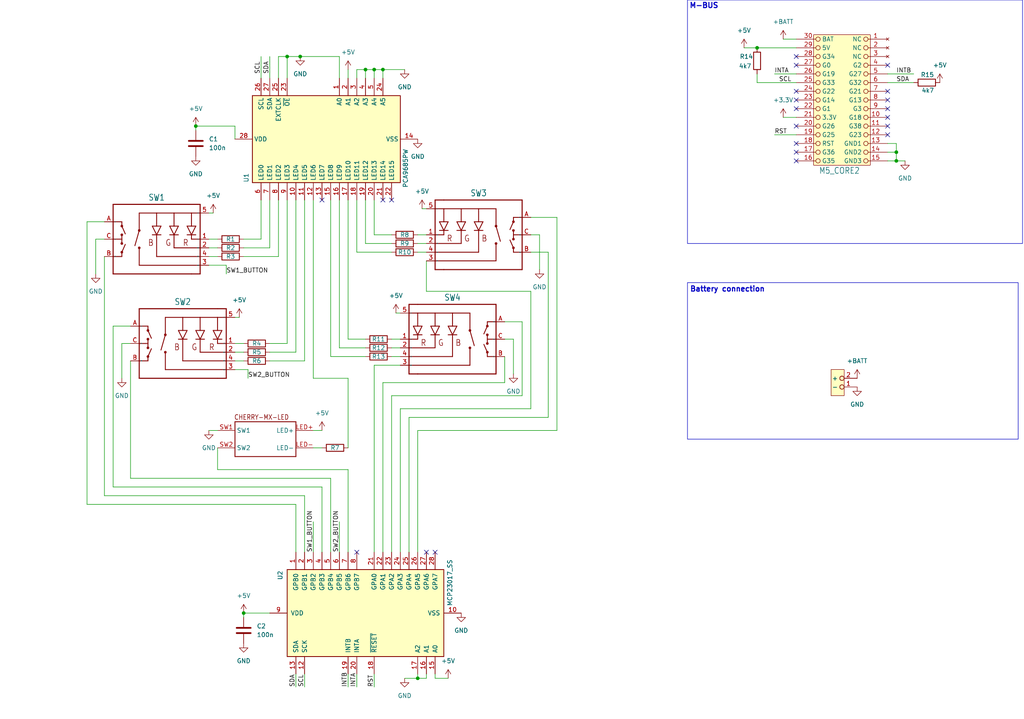
<source format=kicad_sch>
(kicad_sch (version 20231120) (generator "eeschema") (generator_version "8.0")
  (paper "User" 298.907 210.007)
  (lib_symbols
    (symbol "Device:C" (pin_numbers hide) (pin_names (offset 0.254))
      (property "Reference" "C" (at 0.635 2.54 0))
      (property "Value" "C" (at 0.635 -2.54 0))
      (symbol "C_0_1"
        (polyline (pts (xy -2.032 -0.762) (xy 2.032 -0.762)) (stroke (width 0.508)))
        (polyline (pts (xy -2.032 0.762) (xy 2.032 0.762)) (stroke (width 0.508)))
      )
      (symbol "C_1_1"
        (pin passive line (at 0 3.81 270) (length 2.794) (name "~") (number "1"))
        (pin passive line (at 0 -3.81 90) (length 2.794) (name "~") (number "2"))
      )
    )
    (symbol "Device:R" (pin_numbers hide) (pin_names (offset 0))
      (property "Reference" "R" (at 2.032 0 90))
      (property "Value" "R" (at 0 0 90))
      (symbol "R_0_1"
        (rectangle (start -1.016 -2.54) (end 1.016 2.54) (stroke (width 0.254)))
      )
      (symbol "R_1_1"
        (pin passive line (at 0 3.81 270) (length 1.27) (name "~") (number "1"))
        (pin passive line (at 0 -3.81 90) (length 1.27) (name "~") (number "2"))
      )
    )
    (symbol "Driver_LED:PCA9685PW"
      (property "Reference" "U" (at -12.7 22.225 0))
      (property "Value" "PCA9685PW" (at 1.27 22.225 0))
      (symbol "PCA9685PW_0_1"
        (rectangle (start -12.7 20.32) (end 12.7 -22.86) (stroke (width 0.254)) (fill (type background)))
      )
      (symbol "PCA9685PW_1_1"
        (pin input line (at -17.78 -5.08 0) (length 5.08) (name "A0") (number "1"))
        (pin output line (at 17.78 7.62 180) (length 5.08) (name "LED4") (number "10"))
        (pin output line (at 17.78 5.08 180) (length 5.08) (name "LED5") (number "11"))
        (pin output line (at 17.78 2.54 180) (length 5.08) (name "LED6") (number "12"))
        (pin output line (at 17.78 0 180) (length 5.08) (name "LED7") (number "13"))
        (pin power_in line (at 0 -27.94 90) (length 5.08) (name "VSS") (number "14"))
        (pin output line (at 17.78 -2.54 180) (length 5.08) (name "LED8") (number "15"))
        (pin output line (at 17.78 -5.08 180) (length 5.08) (name "LED9") (number "16"))
        (pin output line (at 17.78 -7.62 180) (length 5.08) (name "LED10") (number "17"))
        (pin output line (at 17.78 -10.16 180) (length 5.08) (name "LED11") (number "18"))
        (pin output line (at 17.78 -12.7 180) (length 5.08) (name "LED12") (number "19"))
        (pin input line (at -17.78 -7.62 0) (length 5.08) (name "A1") (number "2"))
        (pin output line (at 17.78 -15.24 180) (length 5.08) (name "LED13") (number "20"))
        (pin output line (at 17.78 -17.78 180) (length 5.08) (name "LED14") (number "21"))
        (pin output line (at 17.78 -20.32 180) (length 5.08) (name "LED15") (number "22"))
        (pin input line (at -17.78 10.16 0) (length 5.08) (name "~{OE}") (number "23"))
        (pin input line (at -17.78 -17.78 0) (length 5.08) (name "A5") (number "24"))
        (pin input line (at -17.78 12.7 0) (length 5.08) (name "EXTCLK") (number "25"))
        (pin input line (at -17.78 17.78 0) (length 5.08) (name "SCL") (number "26"))
        (pin bidirectional line (at -17.78 15.24 0) (length 5.08) (name "SDA") (number "27"))
        (pin power_in line (at 0 25.4 270) (length 5.08) (name "VDD") (number "28"))
        (pin input line (at -17.78 -10.16 0) (length 5.08) (name "A2") (number "3"))
        (pin input line (at -17.78 -12.7 0) (length 5.08) (name "A3") (number "4"))
        (pin input line (at -17.78 -15.24 0) (length 5.08) (name "A4") (number "5"))
        (pin output line (at 17.78 17.78 180) (length 5.08) (name "LED0") (number "6"))
        (pin output line (at 17.78 15.24 180) (length 5.08) (name "LED1") (number "7"))
        (pin output line (at 17.78 12.7 180) (length 5.08) (name "LED2") (number "8"))
        (pin output line (at 17.78 10.16 180) (length 5.08) (name "LED3") (number "9"))
      )
    )
    (symbol "Interface_Expansion:MCP23017_SS" (pin_names (offset 1.016))
      (property "Reference" "U" (at -11.43 24.13 0))
      (property "Value" "MCP23017_SS" (at 0 0 0))
      (symbol "MCP23017_SS_0_1"
        (rectangle (start -12.7 22.86) (end 12.7 -22.86) (stroke (width 0.254)) (fill (type background)))
      )
      (symbol "MCP23017_SS_1_1"
        (pin bidirectional line (at 17.78 20.32 180) (length 5.08) (name "GPB0") (number "1"))
        (pin power_in line (at 0 -27.94 90) (length 5.08) (name "VSS") (number "10"))
        (pin no_connect line (at -12.7 15.24 0) (length 5.08) hide (name "NC") (number "11"))
        (pin input line (at -17.78 17.78 0) (length 5.08) (name "SCK") (number "12"))
        (pin bidirectional line (at -17.78 20.32 0) (length 5.08) (name "SDA") (number "13"))
        (pin no_connect line (at -12.7 12.7 0) (length 5.08) hide (name "NC") (number "14"))
        (pin input line (at -17.78 -20.32 0) (length 5.08) (name "A0") (number "15"))
        (pin input line (at -17.78 -17.78 0) (length 5.08) (name "A1") (number "16"))
        (pin input line (at -17.78 -15.24 0) (length 5.08) (name "A2") (number "17"))
        (pin input line (at -17.78 -2.54 0) (length 5.08) (name "~{RESET}") (number "18"))
        (pin tri_state line (at -17.78 5.08 0) (length 5.08) (name "INTB") (number "19"))
        (pin bidirectional line (at 17.78 17.78 180) (length 5.08) (name "GPB1") (number "2"))
        (pin tri_state line (at -17.78 2.54 0) (length 5.08) (name "INTA") (number "20"))
        (pin bidirectional line (at 17.78 -2.54 180) (length 5.08) (name "GPA0") (number "21"))
        (pin bidirectional line (at 17.78 -5.08 180) (length 5.08) (name "GPA1") (number "22"))
        (pin bidirectional line (at 17.78 -7.62 180) (length 5.08) (name "GPA2") (number "23"))
        (pin bidirectional line (at 17.78 -10.16 180) (length 5.08) (name "GPA3") (number "24"))
        (pin bidirectional line (at 17.78 -12.7 180) (length 5.08) (name "GPA4") (number "25"))
        (pin bidirectional line (at 17.78 -15.24 180) (length 5.08) (name "GPA5") (number "26"))
        (pin bidirectional line (at 17.78 -17.78 180) (length 5.08) (name "GPA6") (number "27"))
        (pin bidirectional line (at 17.78 -20.32 180) (length 5.08) (name "GPA7") (number "28"))
        (pin bidirectional line (at 17.78 15.24 180) (length 5.08) (name "GPB2") (number "3"))
        (pin bidirectional line (at 17.78 12.7 180) (length 5.08) (name "GPB3") (number "4"))
        (pin bidirectional line (at 17.78 10.16 180) (length 5.08) (name "GPB4") (number "5"))
        (pin bidirectional line (at 17.78 7.62 180) (length 5.08) (name "GPB5") (number "6"))
        (pin bidirectional line (at 17.78 5.08 180) (length 5.08) (name "GPB6") (number "7"))
        (pin bidirectional line (at 17.78 2.54 180) (length 5.08) (name "GPB7") (number "8"))
        (pin power_in line (at 0 27.94 270) (length 5.08) (name "VDD") (number "9"))
      )
    )
    (symbol "OSSM-M5-Remote_v1-eagle-import:CHERRY-MX-LED"
      (symbol "CHERRY-MX-LED_1_0"
        (polyline (pts (xy -5.08 -5.08) (xy 12.7 -5.08)) (stroke (width 0.254)))
        (polyline (pts (xy -5.08 5.08) (xy -5.08 -5.08)) (stroke (width 0.254)))
        (polyline (pts (xy 12.7 -5.08) (xy 12.7 5.08)) (stroke (width 0.254)))
        (polyline (pts (xy 12.7 5.08) (xy -5.08 5.08)) (stroke (width 0.254)))
        (text "CHERRY-MX-LED" (at -5.334 5.588 0) (effects (font (size 1.4224 1.209)) (justify left bottom)))
        (pin passive line (at 17.78 2.54 180) (length 5.08) (name "LED+") (number "LED+"))
        (pin passive line (at 17.78 -2.54 180) (length 5.08) (name "LED-") (number "LED-"))
        (pin passive line (at -10.16 2.54 0) (length 5.08) (name "SW1") (number "SW1"))
        (pin passive line (at -10.16 -2.54 0) (length 5.08) (name "SW2") (number "SW2"))
      )
    )
    (symbol "OSSM-M5-Remote_v1-eagle-import:JST-PH-2MM,180"
      (symbol "JST-PH-2MM,180_1_0"
        (pin power_out inverted (at 7.62 -3.81 180) (length 5.08) (name "-") (number "1"))
        (pin power_out inverted (at 7.62 -1.27 180) (length 5.08) (name "+") (number "2"))
      )
      (symbol "JST-PH-2MM,180_1_1"
        (rectangle (start 0 1.27) (end 3.81 -6.35) (fill (type background)))
      )
    )
    (symbol "OSSM-M5-Remote_v1-eagle-import:M5_CORE2"
      (symbol "M5_CORE2_1_0"
        (rectangle (start -7.62 17.78) (end 8.89 -20.32) (fill (type background)))
        (pin no_connect inverted (at 13.97 16.51 180) (length 6.985) (name "NC") (number "1"))
        (pin bidirectional inverted (at 13.97 -6.35 180) (length 6.985) (name "G18") (number "10"))
        (pin bidirectional inverted (at 13.97 -8.89 180) (length 6.985) (name "G38") (number "11"))
        (pin bidirectional inverted (at 13.97 -11.43 180) (length 6.985) (name "G23") (number "12"))
        (pin power_in inverted (at 13.97 -13.97 180) (length 6.985) (name "GND1") (number "13"))
        (pin power_in inverted (at 13.97 -16.51 180) (length 6.985) (name "GND2") (number "14"))
        (pin power_in inverted (at 13.97 -19.05 180) (length 6.985) (name "GND3") (number "15"))
        (pin bidirectional inverted (at -12.7 -19.05 0) (length 6.985) (name "G35") (number "16"))
        (pin bidirectional inverted (at -12.7 -16.51 0) (length 6.985) (name "G36") (number "17"))
        (pin input inverted (at -12.7 -13.97 0) (length 6.985) (name "RST") (number "18"))
        (pin bidirectional inverted (at -12.7 -11.43 0) (length 6.985) (name "G25") (number "19"))
        (pin no_connect inverted (at 13.97 13.97 180) (length 6.985) (name "NC") (number "2"))
        (pin bidirectional inverted (at -12.7 -8.89 0) (length 6.985) (name "G26") (number "20"))
        (pin power_out inverted (at -12.7 -6.35 0) (length 6.985) (name "3.3V") (number "21"))
        (pin bidirectional inverted (at -12.7 -3.81 0) (length 6.985) (name "G1") (number "22"))
        (pin bidirectional inverted (at -12.7 -1.27 0) (length 6.985) (name "G14") (number "23"))
        (pin bidirectional inverted (at -12.7 1.27 0) (length 6.985) (name "G22") (number "24"))
        (pin bidirectional inverted (at -12.7 3.81 0) (length 6.985) (name "G33") (number "25"))
        (pin bidirectional inverted (at -12.7 6.35 0) (length 6.985) (name "G19") (number "26"))
        (pin bidirectional inverted (at -12.7 8.89 0) (length 6.985) (name "G0") (number "27"))
        (pin bidirectional inverted (at -12.7 11.43 0) (length 6.985) (name "G34") (number "28"))
        (pin power_out inverted (at -12.7 13.97 0) (length 6.985) (name "5V") (number "29"))
        (pin no_connect inverted (at 13.97 11.43 180) (length 6.985) (name "NC") (number "3"))
        (pin power_in inverted (at -12.7 16.51 0) (length 6.985) (name "BAT") (number "30"))
        (pin bidirectional inverted (at 13.97 8.89 180) (length 6.985) (name "G2") (number "4"))
        (pin bidirectional inverted (at 13.97 6.35 180) (length 6.985) (name "G27") (number "5"))
        (pin bidirectional inverted (at 13.97 3.81 180) (length 6.985) (name "G32") (number "6"))
        (pin bidirectional inverted (at 13.97 1.27 180) (length 6.985) (name "G21") (number "7"))
        (pin bidirectional inverted (at 13.97 -1.27 180) (length 6.985) (name "G13") (number "8"))
        (pin bidirectional inverted (at 13.97 -3.81 180) (length 6.985) (name "G3") (number "9"))
      )
    )
    (symbol "encoder_rgb_ca:ENCODER_RGB_CA"
      (property "Reference" "SW" (at -12.7 10.668 0))
      (symbol "ENCODER_RGB_CA_1_0"
        (circle (center -10.16 -3.81) (radius 0.254) (stroke (width 0.254)))
        (circle (center -10.16 -1.27) (radius 0.254) (stroke (width 0.254)))
        (circle (center -10.16 1.27) (radius 0.254) (stroke (width 0.254)))
        (circle (center -10.16 3.81) (radius 0.254) (stroke (width 0.254)))
        (circle (center -5.08 -2.54) (radius 0.254) (stroke (width 0.254)))
        (circle (center -5.08 2.54) (radius 0.254) (stroke (width 0.254)))
        (polyline (pts (xy -12.7 -10.16) (xy 10.16 -10.16)) (stroke (width 0.3048)))
        (polyline (pts (xy -12.7 -5.08) (xy -12.7 -10.16)) (stroke (width 0.3048)))
        (polyline (pts (xy -12.7 0) (xy -12.7 -5.08)) (stroke (width 0.3048)))
        (polyline (pts (xy -12.7 5.08) (xy -12.7 0)) (stroke (width 0.3048)))
        (polyline (pts (xy -12.7 5.08) (xy -10.16 5.08)) (stroke (width 0.254)))
        (polyline (pts (xy -12.7 10.16) (xy -12.7 5.08)) (stroke (width 0.3048)))
        (polyline (pts (xy -10.16 -5.08) (xy -12.7 -5.08)) (stroke (width 0.254)))
        (polyline (pts (xy -10.16 -5.08) (xy -10.16 -3.81)) (stroke (width 0.254)))
        (polyline (pts (xy -10.16 -3.81) (xy -9.144 -1.524)) (stroke (width 0.254)))
        (polyline (pts (xy -10.16 0) (xy -12.7 0)) (stroke (width 0.254)))
        (polyline (pts (xy -10.16 0) (xy -10.16 -1.27)) (stroke (width 0.254)))
        (polyline (pts (xy -10.16 0) (xy -10.16 1.27)) (stroke (width 0.254)))
        (polyline (pts (xy -10.16 3.81) (xy -9.144 1.524)) (stroke (width 0.254)))
        (polyline (pts (xy -10.16 5.08) (xy -10.16 3.81)) (stroke (width 0.254)))
        (polyline (pts (xy -5.08 -7.62) (xy -5.08 -2.54)) (stroke (width 0.254)))
        (polyline (pts (xy -5.08 -7.62) (xy 12.7 -7.62)) (stroke (width 0.254)))
        (polyline (pts (xy -5.08 2.54) (xy -6.35 -1.905)) (stroke (width 0.254)))
        (polyline (pts (xy -5.08 7.62) (xy -5.08 2.54)) (stroke (width 0.254)))
        (polyline (pts (xy -5.08 7.62) (xy 0 7.62)) (stroke (width 0.254)))
        (polyline (pts (xy -1.27 1.27) (xy 0 1.27)) (stroke (width 0.254)))
        (polyline (pts (xy -1.27 3.81) (xy 0 1.27)) (stroke (width 0.254)))
        (polyline (pts (xy -1.27 3.81) (xy 0 3.81)) (stroke (width 0.254)))
        (polyline (pts (xy 0 -5.08) (xy 0 1.27)) (stroke (width 0.254)))
        (polyline (pts (xy 0 -5.08) (xy 12.7 -5.08)) (stroke (width 0.254)))
        (polyline (pts (xy 0 1.27) (xy 1.27 1.27)) (stroke (width 0.254)))
        (polyline (pts (xy 0 1.27) (xy 1.27 3.81)) (stroke (width 0.254)))
        (polyline (pts (xy 0 3.81) (xy 1.27 3.81)) (stroke (width 0.254)))
        (polyline (pts (xy 0 7.62) (xy 0 3.81)) (stroke (width 0.254)))
        (polyline (pts (xy 0 7.62) (xy 5.08 7.62)) (stroke (width 0.254)))
        (polyline (pts (xy 3.81 1.27) (xy 5.08 1.27)) (stroke (width 0.254)))
        (polyline (pts (xy 3.81 3.81) (xy 5.08 1.27)) (stroke (width 0.254)))
        (polyline (pts (xy 3.81 3.81) (xy 5.08 3.81)) (stroke (width 0.254)))
        (polyline (pts (xy 5.08 -2.54) (xy 5.08 1.27)) (stroke (width 0.254)))
        (polyline (pts (xy 5.08 -2.54) (xy 12.7 -2.54)) (stroke (width 0.254)))
        (polyline (pts (xy 5.08 1.27) (xy 6.35 1.27)) (stroke (width 0.254)))
        (polyline (pts (xy 5.08 1.27) (xy 6.35 3.81)) (stroke (width 0.254)))
        (polyline (pts (xy 5.08 3.81) (xy 6.35 3.81)) (stroke (width 0.254)))
        (polyline (pts (xy 5.08 7.62) (xy 5.08 3.81)) (stroke (width 0.254)))
        (polyline (pts (xy 5.08 7.62) (xy 10.16 7.62)) (stroke (width 0.254)))
        (polyline (pts (xy 8.89 1.27) (xy 10.16 1.27)) (stroke (width 0.254)))
        (polyline (pts (xy 8.89 3.81) (xy 10.16 1.27)) (stroke (width 0.254)))
        (polyline (pts (xy 8.89 3.81) (xy 10.16 3.81)) (stroke (width 0.254)))
        (polyline (pts (xy 10.16 0) (xy 10.16 1.27)) (stroke (width 0.254)))
        (polyline (pts (xy 10.16 0) (xy 12.7 0)) (stroke (width 0.254)))
        (polyline (pts (xy 10.16 1.27) (xy 11.43 1.27)) (stroke (width 0.254)))
        (polyline (pts (xy 10.16 1.27) (xy 11.43 3.81)) (stroke (width 0.254)))
        (polyline (pts (xy 10.16 3.81) (xy 11.43 3.81)) (stroke (width 0.254)))
        (polyline (pts (xy 10.16 7.62) (xy 10.16 3.81)) (stroke (width 0.254)))
        (polyline (pts (xy 10.16 7.62) (xy 12.7 7.62)) (stroke (width 0.254)))
        (polyline (pts (xy 10.16 10.16) (xy -12.7 10.16)) (stroke (width 0.3048)))
        (polyline (pts (xy 10.16 10.16) (xy 12.7 10.16)) (stroke (width 0.3048)))
        (polyline (pts (xy 12.7 -10.16) (xy 10.16 -10.16)) (stroke (width 0.3048)))
        (polyline (pts (xy 12.7 10.16) (xy 12.7 -10.16)) (stroke (width 0.3048)))
        (text "B" (at -2.54 0 0) (effects (font (size 1.778 1.5113)) (justify left top)))
        (text "G" (at 2.54 0 0) (effects (font (size 1.778 1.5113)) (justify left top)))
        (text "R" (at 7.62 0 0) (effects (font (size 1.778 1.5113)) (justify left top)))
        (pin passive line (at 15.24 0 180) (length 2.54) (name "-R") (number "1"))
        (pin passive line (at 15.24 -2.54 180) (length 2.54) (name "-G") (number "2"))
        (pin passive line (at 15.24 -7.62 180) (length 2.54) (name "SW") (number "3"))
        (pin passive line (at 15.24 -5.08 180) (length 2.54) (name "-B") (number "4"))
        (pin passive line (at 15.24 7.62 180) (length 2.54) (name "+") (number "5"))
        (pin bidirectional line (at -15.24 5.08 0) (length 2.54) (name "A") (number "A"))
        (pin bidirectional line (at -15.24 -5.08 0) (length 2.54) (name "B") (number "B"))
        (pin passive line (at -15.24 0 0) (length 2.54) (name "C") (number "C"))
      )
    )
    (symbol "power:+3.3V" (power) (pin_names (offset 0))
      (property "Value" "+3.3V" (at 0 3.556 0))
      (symbol "+3.3V_0_1"
        (polyline (pts (xy -0.762 1.27) (xy 0 2.54)))
        (polyline (pts (xy 0 0) (xy 0 2.54)))
        (polyline (pts (xy 0 2.54) (xy 0.762 1.27)))
      )
      (symbol "+3.3V_1_1"
        (pin power_in line (at 0 0 90) (length 0) hide (name "+3.3V") (number "1"))
      )
    )
    (symbol "power:+5V" (power) (pin_names (offset 0))
      (property "Value" "+5V" (at 0 3.556 0))
      (symbol "+5V_0_1"
        (polyline (pts (xy -0.762 1.27) (xy 0 2.54)))
        (polyline (pts (xy 0 0) (xy 0 2.54)))
        (polyline (pts (xy 0 2.54) (xy 0.762 1.27)))
      )
      (symbol "+5V_1_1"
        (pin power_in line (at 0 0 90) (length 0) hide (name "+5V") (number "1"))
      )
    )
    (symbol "power:+BATT" (power) (pin_names (offset 0))
      (property "Value" "+BATT" (at 0 3.556 0))
      (symbol "+BATT_0_1"
        (polyline (pts (xy -0.762 1.27) (xy 0 2.54)))
        (polyline (pts (xy 0 0) (xy 0 2.54)))
        (polyline (pts (xy 0 2.54) (xy 0.762 1.27)))
      )
      (symbol "+BATT_1_1"
        (pin power_in line (at 0 0 90) (length 0) hide (name "+BATT") (number "1"))
      )
    )
    (symbol "power:GND" (power) (pin_names (offset 0))
      (property "Value" "GND" (at 0 -3.81 0))
      (symbol "GND_0_1"
        (polyline (pts (xy 0 0) (xy 0 -1.27) (xy 1.27 -1.27) (xy 0 -2.54) (xy -1.27 -1.27) (xy 0 -1.27)))
      )
      (symbol "GND_1_1"
        (pin power_in line (at 0 0 270) (length 0) hide (name "GND") (number "1"))
      )
    )
  )
  (junction (at 109.22 20.32))
  (junction (at 220.98 13.97))
  (junction (at 261.62 46.99))
  (junction (at 71.12 179.07))
  (junction (at 111.76 20.32))
  (junction (at 121.92 198.12))
  (junction (at 106.68 20.32))
  (junction (at 57.15 36.83))
  (junction (at 83.82 16.51))
  (junction (at 261.62 44.45))
  (junction (at 87.63 16.51))
  (no_connect (at 232.41 29.21))
  (no_connect (at 259.08 36.83))
  (no_connect (at 127 161.29))
  (no_connect (at 232.41 44.45))
  (no_connect (at 232.41 41.91))
  (no_connect (at 232.41 36.83))
  (no_connect (at 259.08 29.21))
  (no_connect (at 259.08 31.75))
  (no_connect (at 124.46 161.29))
  (no_connect (at 259.08 39.37))
  (no_connect (at 232.41 31.75))
  (no_connect (at 259.08 19.05))
  (no_connect (at 232.41 19.05))
  (no_connect (at 259.08 34.29))
  (no_connect (at 232.41 16.51))
  (no_connect (at 232.41 46.99))
  (no_connect (at 93.98 58.42))
  (no_connect (at 259.08 26.67))
  (no_connect (at 114.3 58.42))
  (no_connect (at 104.14 161.29))
  (no_connect (at 111.76 58.42))
  (no_connect (at 232.41 26.67))
  (wire (pts (xy 96.52 58.42) (xy 96.52 104.14)))
  (wire (pts (xy 116.84 99.06) (xy 114.3 99.06)))
  (wire (pts (xy 152.4 93.98) (xy 152.4 115.57)))
  (wire (pts (xy 99.06 16.51) (xy 87.63 16.51)))
  (wire (pts (xy 111.76 20.32) (xy 118.11 20.32)))
  (wire (pts (xy 154.94 119.38) (xy 116.84 119.38)))
  (wire (pts (xy 33.02 142.24) (xy 93.98 142.24)))
  (wire (pts (xy 147.32 93.98) (xy 152.4 93.98)))
  (wire (pts (xy 38.1 139.7) (xy 38.1 105.41)))
  (wire (pts (xy 38.1 95.25) (xy 33.02 95.25)))
  (wire (pts (xy 60.96 69.85) (xy 63.5 69.85)))
  (wire (pts (xy 121.92 198.12) (xy 118.11 198.12)))
  (wire (pts (xy 259.08 21.59) (xy 266.7 21.59)))
  (wire (pts (xy 226.06 21.59) (xy 232.41 21.59)))
  (wire (pts (xy 91.44 152.4) (xy 91.44 161.29)))
  (wire (pts (xy 86.36 147.32) (xy 86.36 161.29)))
  (wire (pts (xy 104.14 22.86) (xy 104.14 20.32)))
  (wire (pts (xy 91.44 58.42) (xy 91.44 110.49)))
  (wire (pts (xy 68.58 36.83) (xy 68.58 40.64)))
  (wire (pts (xy 261.62 44.45) (xy 259.08 44.45)))
  (wire (pts (xy 261.62 41.91) (xy 261.62 44.45)))
  (wire (pts (xy 162.56 63.5) (xy 162.56 125.73)))
  (wire (pts (xy 104.14 20.32) (xy 106.68 20.32)))
  (wire (pts (xy 81.28 16.51) (xy 83.82 16.51)))
  (wire (pts (xy 91.44 125.73) (xy 93.98 125.73)))
  (wire (pts (xy 83.82 100.33) (xy 78.74 100.33)))
  (wire (pts (xy 99.06 58.42) (xy 99.06 101.6)))
  (wire (pts (xy 101.6 110.49) (xy 101.6 130.81)))
  (wire (pts (xy 99.06 101.6) (xy 106.68 101.6)))
  (wire (pts (xy 83.82 58.42) (xy 83.82 100.33)))
  (wire (pts (xy 124.46 196.85) (xy 124.46 198.12)))
  (wire (pts (xy 111.76 111.76) (xy 111.76 161.29)))
  (wire (pts (xy 63.5 137.16) (xy 101.6 137.16)))
  (wire (pts (xy 86.36 196.85) (xy 86.36 200.66)))
  (wire (pts (xy 121.92 125.73) (xy 121.92 161.29)))
  (wire (pts (xy 101.6 20.32) (xy 101.6 22.86)))
  (wire (pts (xy 93.98 142.24) (xy 93.98 161.29)))
  (wire (pts (xy 30.48 144.78) (xy 30.48 74.93)))
  (wire (pts (xy 99.06 22.86) (xy 99.06 16.51)))
  (wire (pts (xy 228.6 34.29) (xy 232.41 34.29)))
  (wire (pts (xy 76.2 16.51) (xy 76.2 22.86)))
  (wire (pts (xy 127 196.85) (xy 127 198.12)))
  (wire (pts (xy 35.56 100.33) (xy 35.56 110.49)))
  (wire (pts (xy 91.44 110.49) (xy 101.6 110.49)))
  (wire (pts (xy 88.9 161.29) (xy 88.9 144.78)))
  (wire (pts (xy 116.84 119.38) (xy 116.84 161.29)))
  (wire (pts (xy 259.08 41.91) (xy 261.62 41.91)))
  (wire (pts (xy 124.46 73.66) (xy 121.92 73.66)))
  (wire (pts (xy 60.96 77.47) (xy 66.04 77.47)))
  (wire (pts (xy 109.22 20.32) (xy 109.22 22.86)))
  (wire (pts (xy 30.48 69.85) (xy 27.94 69.85)))
  (wire (pts (xy 78.74 72.39) (xy 71.12 72.39)))
  (wire (pts (xy 162.56 125.73) (xy 121.92 125.73)))
  (wire (pts (xy 121.92 196.85) (xy 121.92 198.12)))
  (wire (pts (xy 57.15 36.83) (xy 57.15 38.1)))
  (wire (pts (xy 71.12 179.07) (xy 71.12 180.34)))
  (wire (pts (xy 60.96 72.39) (xy 63.5 72.39)))
  (wire (pts (xy 154.94 85.09) (xy 154.94 119.38)))
  (wire (pts (xy 91.44 130.81) (xy 93.98 130.81)))
  (wire (pts (xy 157.48 68.58) (xy 157.48 78.74)))
  (wire (pts (xy 259.08 46.99) (xy 261.62 46.99)))
  (wire (pts (xy 147.32 104.14) (xy 147.32 111.76)))
  (wire (pts (xy 25.4 64.77) (xy 25.4 147.32)))
  (wire (pts (xy 27.94 69.85) (xy 27.94 80.01)))
  (wire (pts (xy 261.62 46.99) (xy 261.62 44.45)))
  (wire (pts (xy 116.84 101.6) (xy 114.3 101.6)))
  (wire (pts (xy 68.58 107.95) (xy 72.39 107.95)))
  (wire (pts (xy 68.58 105.41) (xy 71.12 105.41)))
  (wire (pts (xy 101.6 99.06) (xy 106.68 99.06)))
  (wire (pts (xy 83.82 16.51) (xy 87.63 16.51)))
  (wire (pts (xy 88.9 144.78) (xy 30.48 144.78)))
  (wire (pts (xy 57.15 36.83) (xy 68.58 36.83)))
  (wire (pts (xy 147.32 111.76) (xy 111.76 111.76)))
  (wire (pts (xy 114.3 115.57) (xy 114.3 161.29)))
  (wire (pts (xy 86.36 102.87) (xy 78.74 102.87)))
  (wire (pts (xy 104.14 73.66) (xy 114.3 73.66)))
  (wire (pts (xy 33.02 95.25) (xy 33.02 142.24)))
  (wire (pts (xy 116.84 91.44) (xy 115.57 91.44)))
  (wire (pts (xy 83.82 16.51) (xy 83.82 22.86)))
  (wire (pts (xy 149.86 99.06) (xy 149.86 109.22)))
  (wire (pts (xy 88.9 105.41) (xy 78.74 105.41)))
  (wire (pts (xy 106.68 20.32) (xy 106.68 22.86)))
  (wire (pts (xy 226.06 39.37) (xy 232.41 39.37)))
  (wire (pts (xy 116.84 104.14) (xy 114.3 104.14)))
  (wire (pts (xy 220.98 21.59) (xy 220.98 24.13)))
  (wire (pts (xy 160.02 121.92) (xy 119.38 121.92)))
  (wire (pts (xy 127 198.12) (xy 130.81 198.12)))
  (wire (pts (xy 63.5 137.16) (xy 63.5 130.81)))
  (wire (pts (xy 116.84 106.68) (xy 109.22 106.68)))
  (wire (pts (xy 109.22 68.58) (xy 114.3 68.58)))
  (wire (pts (xy 152.4 115.57) (xy 114.3 115.57)))
  (wire (pts (xy 220.98 13.97) (xy 232.41 13.97)))
  (wire (pts (xy 154.94 68.58) (xy 157.48 68.58)))
  (wire (pts (xy 106.68 20.32) (xy 109.22 20.32)))
  (wire (pts (xy 124.46 85.09) (xy 154.94 85.09)))
  (wire (pts (xy 101.6 137.16) (xy 101.6 161.29)))
  (wire (pts (xy 124.46 60.96) (xy 123.19 60.96)))
  (wire (pts (xy 124.46 71.12) (xy 121.92 71.12)))
  (wire (pts (xy 78.74 16.51) (xy 78.74 22.86)))
  (wire (pts (xy 119.38 121.92) (xy 119.38 161.29)))
  (wire (pts (xy 147.32 99.06) (xy 149.86 99.06)))
  (wire (pts (xy 101.6 196.85) (xy 101.6 200.66)))
  (wire (pts (xy 25.4 147.32) (xy 86.36 147.32)))
  (wire (pts (xy 60.96 62.23) (xy 62.23 62.23)))
  (wire (pts (xy 259.08 24.13) (xy 266.7 24.13)))
  (wire (pts (xy 124.46 68.58) (xy 121.92 68.58)))
  (wire (pts (xy 96.52 139.7) (xy 96.52 161.29)))
  (wire (pts (xy 104.14 196.85) (xy 104.14 200.66)))
  (wire (pts (xy 124.46 198.12) (xy 121.92 198.12)))
  (wire (pts (xy 114.3 71.12) (xy 106.68 71.12)))
  (wire (pts (xy 154.94 63.5) (xy 162.56 63.5)))
  (wire (pts (xy 104.14 58.42) (xy 104.14 73.66)))
  (wire (pts (xy 68.58 92.71) (xy 69.85 92.71)))
  (wire (pts (xy 109.22 106.68) (xy 109.22 161.29)))
  (wire (pts (xy 109.22 58.42) (xy 109.22 68.58)))
  (wire (pts (xy 66.04 80.01) (xy 66.04 77.47)))
  (wire (pts (xy 88.9 58.42) (xy 88.9 105.41)))
  (wire (pts (xy 109.22 196.85) (xy 109.22 200.66)))
  (wire (pts (xy 30.48 64.77) (xy 25.4 64.77)))
  (wire (pts (xy 72.39 110.49) (xy 72.39 107.95)))
  (wire (pts (xy 68.58 102.87) (xy 71.12 102.87)))
  (wire (pts (xy 76.2 58.42) (xy 76.2 69.85)))
  (wire (pts (xy 106.68 71.12) (xy 106.68 58.42)))
  (wire (pts (xy 78.74 58.42) (xy 78.74 72.39)))
  (wire (pts (xy 38.1 100.33) (xy 35.56 100.33)))
  (wire (pts (xy 220.98 24.13) (xy 232.41 24.13)))
  (wire (pts (xy 232.41 11.43) (xy 228.6 11.43)) (stroke (width 0.1524)))
  (wire (pts (xy 160.02 73.66) (xy 160.02 121.92)))
  (wire (pts (xy 261.62 46.99) (xy 264.16 46.99)))
  (wire (pts (xy 217.17 13.97) (xy 220.98 13.97)))
  (wire (pts (xy 81.28 74.93) (xy 71.12 74.93)))
  (wire (pts (xy 99.06 152.4) (xy 99.06 161.29)))
  (wire (pts (xy 101.6 58.42) (xy 101.6 99.06)))
  (wire (pts (xy 60.96 74.93) (xy 63.5 74.93)))
  (wire (pts (xy 38.1 139.7) (xy 96.52 139.7)))
  (wire (pts (xy 109.22 20.32) (xy 111.76 20.32)))
  (wire (pts (xy 96.52 104.14) (xy 106.68 104.14)))
  (wire (pts (xy 76.2 69.85) (xy 71.12 69.85)))
  (wire (pts (xy 71.12 179.07) (xy 78.74 179.07)))
  (wire (pts (xy 60.96 125.73) (xy 63.5 125.73)))
  (wire (pts (xy 81.28 58.42) (xy 81.28 74.93)))
  (wire (pts (xy 68.58 100.33) (xy 71.12 100.33)))
  (wire (pts (xy 124.46 76.2) (xy 124.46 85.09)))
  (wire (pts (xy 88.9 196.85) (xy 88.9 200.66)))
  (wire (pts (xy 154.94 73.66) (xy 160.02 73.66)))
  (wire (pts (xy 81.28 22.86) (xy 81.28 16.51)))
  (wire (pts (xy 111.76 20.32) (xy 111.76 22.86)))
  (wire (pts (xy 86.36 58.42) (xy 86.36 102.87)))
  (rectangle (start 200.66 82.55) (end 297.18 128.27))
  (rectangle (start 200.66 0) (end 298.45 71.12))
  (text "Battery connection" (at 212.344 84.582 0) (effects (font (size 1.524 1.524) (thickness 0.3048) (bold yes))))
  (text "M-BUS" (at 205.486 1.778 0) (effects (font (size 1.524 1.524) (thickness 0.3048) (bold yes))))
  (label "RST" (at 226.06 39.37 0))
  (label "INTB" (at 101.6 200.66 90))
  (label "INTB" (at 261.62 21.59 0))
  (label "SW1_BUTTON" (at 91.44 161.29 90))
  (label "SCL" (at 88.9 200.66 90))
  (label "INTA" (at 104.14 200.66 90))
  (label "SW1_BUTTON" (at 66.04 80.01 0))
  (label "INTA" (at 226.06 21.59 0))
  (label "SW2_BUTTON" (at 99.06 161.29 90))
  (label "SDA" (at 86.36 200.66 90))
  (label "SDA" (at 261.62 24.13 0))
  (label "SCL" (at 76.2 21.59 90))
  (label "SDA" (at 78.74 21.59 90))
  (label "SW2_BUTTON" (at 72.39 110.49 0))
  (label "RST" (at 109.22 200.66 90))
  (label "SCL" (at 227.33 24.13 0))
  (symbol (lib_id "power:GND") (at 157.48 78.74 0) (mirror y) (unit 1)
    (property "Reference" "#PWR010" (effects (hide yes)))
    (property "Value" "GND" (at 157.48 83.82 0))
    (property "Description" "Power symbol creates a global label with name \"GND\" , ground" (effects (hide yes)))
  )
  (symbol (lib_id "power:GND") (at 149.86 109.22 0) (mirror y) (unit 1)
    (property "Reference" "#PWR014" (effects (hide yes)))
    (property "Value" "GND" (at 149.86 114.3 0))
    (property "Description" "Power symbol creates a global label with name \"GND\" , ground" (effects (hide yes)))
  )
  (symbol (lib_id "power:GND") (at 27.94 80.01 0) (unit 1)
    (property "Reference" "#PWR06" (effects (hide yes)))
    (property "Value" "GND" (at 27.94 85.09 0))
    (property "Description" "Power symbol creates a global label with name \"GND\" , ground" (effects (hide yes)))
  )
  (symbol (lib_id "Device:R") (at 270.51 24.13 270) (unit 1)
    (property "Reference" "R15" (at 268.732 21.844 90) (effects (justify left)))
    (property "Value" "4k7" (at 268.986 26.416 90) (effects (justify left)))
    (property "Description" "Resistor" (effects (hide yes)))
  )
  (symbol (lib_id "Device:R") (at 110.49 101.6 270) (mirror x) (unit 1)
    (property "Reference" "R12" (at 110.49 101.6 90))
    (property "Value" "220" (effects (hide yes)))
    (property "Description" "Resistor" (effects (hide yes)))
  )
  (symbol (lib_id "Device:R") (at 67.31 72.39 90) (unit 1)
    (property "Reference" "R2" (at 67.31 72.39 90))
    (property "Value" "220" (effects (hide yes)))
    (property "Description" "Resistor" (effects (hide yes)))
  )
  (symbol (lib_id "encoder_rgb_ca:ENCODER_RGB_CA") (at 53.34 100.33 0) (unit 1)
    (property "Reference" "SW2" (at 53.34 88.138 0) (effects (font (size 1.778 1.5113))))
    (property "Value" "~" (at 53.34 88.9 0) (effects (font (size 1.778 1.5113))))
    (property "Footprint" "OSSM-M5-Remote_v1:ENCODER_LED_3_KIT" (effects (hide yes)))
    (property "Description" "Illuminated Rotary Encoder w/ RGB LED and select switch  EC12PLRGBSDVBF-D: http://top-up.so-buy.com/front/bin/ptdetail.phtml?Part=EC12PLRGBSDVBF-D" (effects (hide yes)))
  )
  (symbol (lib_id "Device:R") (at 110.49 99.06 270) (mirror x) (unit 1)
    (property "Reference" "R11" (at 110.49 99.06 90))
    (property "Value" "220" (effects (hide yes)))
    (property "Description" "Resistor" (effects (hide yes)))
  )
  (symbol (lib_id "power:GND") (at 264.16 46.99 0) (unit 1)
    (property "Reference" "#PWR03" (effects (hide yes)))
    (property "Value" "GND" (at 264.16 52.07 0))
    (property "Description" "Power symbol creates a global label with name \"GND\" , ground" (effects (hide yes)))
  )
  (symbol (lib_id "encoder_rgb_ca:ENCODER_RGB_CA") (at 45.72 69.85 0) (unit 1)
    (property "Reference" "SW1" (at 45.72 57.658 0) (effects (font (size 1.778 1.5113))))
    (property "Value" "~" (at 45.72 58.42 0) (effects (font (size 1.778 1.5113))))
    (property "Footprint" "OSSM-M5-Remote_v1:ENCODER_LED_3_KIT" (effects (hide yes)))
    (property "Description" "Illuminated Rotary Encoder w/ RGB LED and select switch  EC12PLRGBSDVBF-D: http://top-up.so-buy.com/front/bin/ptdetail.phtml?Part=EC12PLRGBSDVBF-D" (effects (hide yes)))
  )
  (symbol (lib_id "power:GND") (at 118.11 198.12 0) (unit 1)
    (property "Reference" "#PWR025" (effects (hide yes)))
    (property "Value" "GND" (at 118.11 203.2 0))
    (property "Description" "Power symbol creates a global label with name \"GND\" , ground" (effects (hide yes)))
  )
  (symbol (lib_id "encoder_rgb_ca:ENCODER_RGB_CA") (at 132.08 99.06 0) (mirror y) (unit 1)
    (property "Reference" "SW4" (at 132.08 86.868 0) (effects (font (size 1.778 1.5113))))
    (property "Value" "~" (at 132.08 87.63 0) (effects (font (size 1.778 1.5113))))
    (property "Footprint" "OSSM-M5-Remote_v1:ENCODER_LED_3_KIT" (effects (hide yes)))
    (property "Description" "Illuminated Rotary Encoder w/ RGB LED and select switch  EC12PLRGBSDVBF-D: http://top-up.so-buy.com/front/bin/ptdetail.phtml?Part=EC12PLRGBSDVBF-D" (effects (hide yes)))
  )
  (symbol (lib_id "Device:R") (at 118.11 71.12 270) (mirror x) (unit 1)
    (property "Reference" "R9" (at 118.11 71.12 90))
    (property "Value" "220" (effects (hide yes)))
    (property "Description" "Resistor" (effects (hide yes)))
  )
  (symbol (lib_id "power:+5V") (at 115.57 91.44 0) (unit 1)
    (property "Reference" "#PWR012" (effects (hide yes)))
    (property "Value" "+5V" (at 115.57 86.36 0))
    (property "Description" "Power symbol creates a global label with name \"+5V\"" (effects (hide yes)))
  )
  (symbol (lib_id "Driver_LED:PCA9685PW") (at 93.98 40.64 90) (mirror x) (unit 1)
    (property "Reference" "U1" (at 71.882 50.546 0) (effects (justify left)))
    (property "Value" "PCA9685PW" (at 118.364 43.434 0) (effects (justify left)))
    (property "Footprint" "Package_SO:TSSOP-28_4.4x9.7mm_P0.65mm" (effects (hide yes)))
    (property "Datasheet" "http://www.nxp.com/docs/en/data-sheet/PCA9685.pdf" (effects (hide yes)))
    (property "Description" "16-channel 12-bit PWM Fm+ I2C-bus LED controller RGBA TSSOP" (effects (hide yes)))
  )
  (symbol (lib_id "power:GND") (at 250.19 113.03 0) (unit 1)
    (property "Reference" "#PWR01" (effects (hide yes)))
    (property "Value" "GND" (at 250.19 118.11 0))
    (property "Description" "Power symbol creates a global label with name \"GND\" , ground" (effects (hide yes)))
  )
  (symbol (lib_id "power:GND") (at 121.92 40.64 0) (unit 1)
    (property "Reference" "#PWR015" (effects (hide yes)))
    (property "Value" "GND" (at 121.92 45.72 0))
    (property "Description" "Power symbol creates a global label with name \"GND\" , ground" (effects (hide yes)))
  )
  (symbol (lib_id "power:GND") (at 118.11 20.32 0) (unit 1)
    (property "Reference" "#PWR023" (effects (hide yes)))
    (property "Value" "GND" (at 118.11 25.4 0))
    (property "Description" "Power symbol creates a global label with name \"GND\" , ground" (effects (hide yes)))
  )
  (symbol (lib_id "power:+5V") (at 69.85 92.71 0) (unit 1)
    (property "Reference" "#PWR08" (effects (hide yes)))
    (property "Value" "+5V" (at 69.85 87.63 0))
    (property "Description" "Power symbol creates a global label with name \"+5V\"" (effects (hide yes)))
  )
  (symbol (lib_id "power:+5V") (at 62.23 62.23 0) (unit 1)
    (property "Reference" "#PWR05" (effects (hide yes)))
    (property "Value" "+5V" (at 62.23 57.15 0))
    (property "Description" "Power symbol creates a global label with name \"+5V\"" (effects (hide yes)))
  )
  (symbol (lib_id "Device:R") (at 220.98 17.78 0) (unit 1)
    (property "Reference" "R14" (at 215.9 16.51 0) (effects (justify left)))
    (property "Value" "4k7" (at 215.646 19.304 0) (effects (justify left)))
    (property "Description" "Resistor" (effects (hide yes)))
  )
  (symbol (lib_id "OSSM-M5-Remote_v1-eagle-import:JST-PH-2MM,180") (at 242.57 109.22 0) (unit 1)
    (property "Reference" "U$3" (effects (hide yes)))
    (property "Value" "JST-PH-2MM,180" (effects (hide yes)))
    (property "Footprint" "JST-PH-2.0MM_180DEGREES" (effects (hide yes)))
  )
  (symbol (lib_id "power:+5V") (at 217.17 13.97 0) (unit 1)
    (property "Reference" "#PWR020" (effects (hide yes)))
    (property "Value" "+5V" (at 217.17 8.89 0))
    (property "Description" "Power symbol creates a global label with name \"+5V\"" (effects (hide yes)))
  )
  (symbol (lib_id "power:+3.3V") (at 228.6 34.29 0) (unit 1)
    (property "Reference" "#PWR019" (effects (hide yes)))
    (property "Value" "+3.3V" (at 228.6 29.21 0))
    (property "Description" "Power symbol creates a global label with name \"+3.3V\"" (effects (hide yes)))
  )
  (symbol (lib_id "Device:R") (at 118.11 73.66 270) (mirror x) (unit 1)
    (property "Reference" "R10" (at 118.11 73.66 90))
    (property "Value" "220" (effects (hide yes)))
    (property "Description" "Resistor" (effects (hide yes)))
  )
  (symbol (lib_id "Device:R") (at 67.31 69.85 90) (unit 1)
    (property "Reference" "R1" (at 67.31 69.85 90))
    (property "Value" "220" (effects (hide yes)))
    (property "Description" "Resistor" (effects (hide yes)))
  )
  (symbol (lib_id "power:+BATT") (at 228.6 11.43 0) (unit 1)
    (property "Reference" "#PWR04" (effects (hide yes)))
    (property "Value" "+BATT" (at 228.6 6.35 0))
    (property "Description" "Power symbol creates a global label with name \"+BATT\"" (effects (hide yes)))
  )
  (symbol (lib_id "power:+5V") (at 101.6 20.32 0) (unit 1)
    (property "Reference" "#PWR022" (effects (hide yes)))
    (property "Value" "+5V" (at 101.6 15.24 0))
    (property "Description" "Power symbol creates a global label with name \"+5V\"" (effects (hide yes)))
  )
  (symbol (lib_id "power:+5V") (at 123.19 60.96 0) (unit 1)
    (property "Reference" "#PWR011" (effects (hide yes)))
    (property "Value" "+5V" (at 123.19 55.88 0))
    (property "Description" "Power symbol creates a global label with name \"+5V\"" (effects (hide yes)))
  )
  (symbol (lib_id "power:+BATT") (at 250.19 110.49 0) (unit 1)
    (property "Reference" "#PWR02" (effects (hide yes)))
    (property "Value" "+BATT" (at 250.19 105.41 0))
    (property "Description" "Power symbol creates a global label with name \"+BATT\"" (effects (hide yes)))
  )
  (symbol (lib_id "power:GND") (at 134.62 179.07 0) (unit 1)
    (property "Reference" "#PWR017" (effects (hide yes)))
    (property "Value" "GND" (at 134.62 184.15 0))
    (property "Description" "Power symbol creates a global label with name \"GND\" , ground" (effects (hide yes)))
  )
  (symbol (lib_id "power:+5V") (at 57.15 36.83 0) (unit 1)
    (property "Reference" "#PWR016" (effects (hide yes)))
    (property "Value" "+5V" (at 57.15 31.75 0))
    (property "Description" "Power symbol creates a global label with name \"+5V\"" (effects (hide yes)))
  )
  (symbol (lib_id "Device:R") (at 97.79 130.81 90) (unit 1)
    (property "Reference" "R7" (at 97.79 130.81 90))
    (property "Value" "220" (effects (hide yes)))
    (property "Description" "Resistor" (effects (hide yes)))
  )
  (symbol (lib_id "Device:R") (at 110.49 104.14 270) (mirror x) (unit 1)
    (property "Reference" "R13" (at 110.49 104.14 90))
    (property "Value" "220" (effects (hide yes)))
    (property "Description" "Resistor" (effects (hide yes)))
  )
  (symbol (lib_id "Interface_Expansion:MCP23017_SS") (at 106.68 179.07 90) (unit 1)
    (property "Reference" "U2" (at 81.788 169.418 0) (effects (justify left)))
    (property "Value" "MCP23017_SS" (at 131.318 177.038 0) (effects (justify left)))
    (property "Footprint" "Package_SO:SSOP-28_5.3x10.2mm_P0.65mm" (effects (hide yes)))
    (property "Datasheet" "http://ww1.microchip.com/downloads/en/DeviceDoc/20001952C.pdf" (effects (hide yes)))
    (property "Description" "16-bit I/O expander, I2C, interrupts, w pull-ups, SSOP-28" (effects (hide yes)))
  )
  (symbol (lib_id "Device:R") (at 118.11 68.58 270) (mirror x) (unit 1)
    (property "Reference" "R8" (at 118.11 68.58 90))
    (property "Value" "220" (effects (hide yes)))
    (property "Description" "Resistor" (effects (hide yes)))
  )
  (symbol (lib_id "Device:R") (at 74.93 100.33 90) (unit 1)
    (property "Reference" "R4" (at 74.93 100.33 90))
    (property "Value" "220" (effects (hide yes)))
    (property "Description" "Resistor" (effects (hide yes)))
  )
  (symbol (lib_id "OSSM-M5-Remote_v1-eagle-import:CHERRY-MX-LED") (at 73.66 128.27 0) (unit 1)
    (property "Reference" "U$4" (effects (hide yes)))
    (property "Value" "CHERRY-MX-LED" (effects (hide yes)))
    (property "Footprint" "OSSM-M5-Remote_v1:CHERRY-MX-LED" (effects (hide yes)))
    (property "Description" "Cherry MX series keyswitch with LED" (effects (hide yes)))
  )
  (symbol (lib_id "power:+5V") (at 93.98 125.73 0) (unit 1)
    (property "Reference" "#PWR013" (effects (hide yes)))
    (property "Value" "+5V" (at 93.98 120.65 0))
    (property "Description" "Power symbol creates a global label with name \"+5V\"" (effects (hide yes)))
  )
  (symbol (lib_id "Device:R") (at 74.93 102.87 90) (unit 1)
    (property "Reference" "R5" (at 74.93 102.87 90))
    (property "Value" "220" (effects (hide yes)))
    (property "Description" "Resistor" (effects (hide yes)))
  )
  (symbol (lib_id "Device:C") (at 57.15 41.91 0) (unit 1)
    (property "Reference" "C1" (at 60.96 40.6399 0) (effects (justify left)))
    (property "Value" "100n" (at 60.96 43.1799 0) (effects (justify left)))
    (property "Description" "Unpolarized capacitor" (effects (hide yes)))
  )
  (symbol (lib_id "power:GND") (at 57.15 45.72 0) (unit 1)
    (property "Reference" "#PWR026" (effects (hide yes)))
    (property "Value" "GND" (at 57.15 50.8 0))
    (property "Description" "Power symbol creates a global label with name \"GND\" , ground" (effects (hide yes)))
  )
  (symbol (lib_id "Device:C") (at 71.12 184.15 0) (unit 1)
    (property "Reference" "C2" (at 74.93 182.8799 0) (effects (justify left)))
    (property "Value" "100n" (at 74.93 185.4199 0) (effects (justify left)))
    (property "Description" "Unpolarized capacitor" (effects (hide yes)))
  )
  (symbol (lib_id "power:GND") (at 60.96 125.73 0) (unit 1)
    (property "Reference" "#PWR09" (effects (hide yes)))
    (property "Value" "GND" (at 60.96 130.81 0))
    (property "Description" "Power symbol creates a global label with name \"GND\" , ground" (effects (hide yes)))
  )
  (symbol (lib_id "encoder_rgb_ca:ENCODER_RGB_CA") (at 139.7 68.58 0) (mirror y) (unit 1)
    (property "Reference" "SW3" (at 139.7 56.388 0) (effects (font (size 1.778 1.5113))))
    (property "Value" "~" (at 139.7 57.15 0) (effects (font (size 1.778 1.5113))))
    (property "Footprint" "OSSM-M5-Remote_v1:ENCODER_LED_3_KIT" (effects (hide yes)))
    (property "Description" "Illuminated Rotary Encoder w/ RGB LED and select switch  EC12PLRGBSDVBF-D: http://top-up.so-buy.com/front/bin/ptdetail.phtml?Part=EC12PLRGBSDVBF-D" (effects (hide yes)))
  )
  (symbol (lib_id "power:+5V") (at 274.32 24.13 0) (unit 1)
    (property "Reference" "#PWR028" (effects (hide yes)))
    (property "Value" "+5V" (at 274.32 19.05 0))
    (property "Description" "Power symbol creates a global label with name \"+5V\"" (effects (hide yes)))
  )
  (symbol (lib_id "power:GND") (at 71.12 187.96 0) (unit 1)
    (property "Reference" "#PWR027" (effects (hide yes)))
    (property "Value" "GND" (at 71.12 193.04 0))
    (property "Description" "Power symbol creates a global label with name \"GND\" , ground" (effects (hide yes)))
  )
  (symbol (lib_id "Device:R") (at 67.31 74.93 90) (unit 1)
    (property "Reference" "R3" (at 67.31 74.93 90))
    (property "Value" "220" (effects (hide yes)))
    (property "Description" "Resistor" (effects (hide yes)))
  )
  (symbol (lib_id "power:GND") (at 35.56 110.49 0) (unit 1)
    (property "Reference" "#PWR07" (effects (hide yes)))
    (property "Value" "GND" (at 35.56 115.57 0))
    (property "Description" "Power symbol creates a global label with name \"GND\" , ground" (effects (hide yes)))
  )
  (symbol (lib_id "power:GND") (at 87.63 16.51 0) (unit 1)
    (property "Reference" "#PWR021" (effects (hide yes)))
    (property "Value" "GND" (at 87.63 21.59 0))
    (property "Description" "Power symbol creates a global label with name \"GND\" , ground" (effects (hide yes)))
  )
  (symbol (lib_id "power:+5V") (at 71.12 179.07 0) (unit 1)
    (property "Reference" "#PWR018" (effects (hide yes)))
    (property "Value" "+5V" (at 71.12 173.99 0))
    (property "Description" "Power symbol creates a global label with name \"+5V\"" (effects (hide yes)))
  )
  (symbol (lib_id "power:+5V") (at 130.81 198.12 0) (unit 1)
    (property "Reference" "#PWR024" (effects (hide yes)))
    (property "Value" "+5V" (at 130.81 193.04 0))
    (property "Description" "Power symbol creates a global label with name \"+5V\"" (effects (hide yes)))
  )
  (symbol (lib_id "OSSM-M5-Remote_v1-eagle-import:M5_CORE2") (at 245.11 27.94 0) (unit 1)
    (property "Reference" "M5-CORE0" (effects (hide yes)))
    (property "Value" "M5_CORE2" (at 239.014 50.8 0) (effects (font (size 1.778 1.5113)) (justify left bottom)))
    (property "Footprint" "M5_CORE2" (effects (hide yes)))
  )
  (symbol (lib_id "Device:R") (at 74.93 105.41 90) (unit 1)
    (property "Reference" "R6" (at 74.93 105.41 90))
    (property "Value" "220" (effects (hide yes)))
    (property "Description" "Resistor" (effects (hide yes)))
  )
)
</source>
